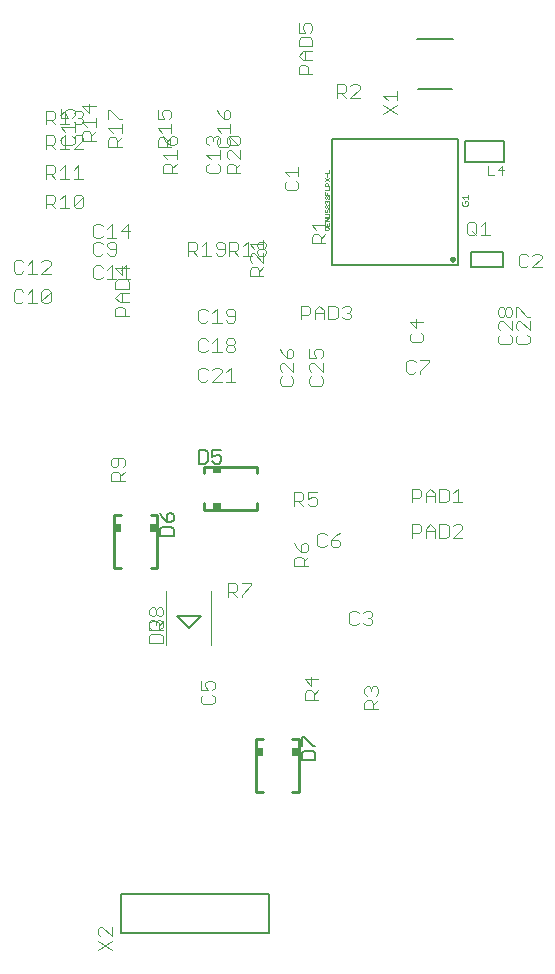
<source format=gto>
G75*
%MOIN*%
%OFA0B0*%
%FSLAX25Y25*%
%IPPOS*%
%LPD*%
%AMOC8*
5,1,8,0,0,1.08239X$1,22.5*
%
%ADD10C,0.00400*%
%ADD11C,0.00500*%
%ADD12C,0.01000*%
%ADD13C,0.00200*%
%ADD14C,0.00100*%
%ADD15C,0.00800*%
%ADD16R,0.02953X0.01969*%
%ADD17R,0.01969X0.02953*%
D10*
X0051405Y0067472D02*
X0056009Y0070541D01*
X0056009Y0072076D02*
X0052939Y0075145D01*
X0052172Y0075145D01*
X0051405Y0074378D01*
X0051405Y0072843D01*
X0052172Y0072076D01*
X0051405Y0070541D02*
X0056009Y0067472D01*
X0056009Y0072076D02*
X0056009Y0075145D01*
X0086463Y0149524D02*
X0089533Y0149524D01*
X0090300Y0150291D01*
X0090300Y0151826D01*
X0089533Y0152593D01*
X0089533Y0154128D02*
X0090300Y0154895D01*
X0090300Y0156430D01*
X0089533Y0157197D01*
X0087998Y0157197D01*
X0087231Y0156430D01*
X0087231Y0155662D01*
X0087998Y0154128D01*
X0085696Y0154128D01*
X0085696Y0157197D01*
X0086463Y0152593D02*
X0085696Y0151826D01*
X0085696Y0150291D01*
X0086463Y0149524D01*
X0089240Y0169297D02*
X0089240Y0187097D01*
X0094720Y0186802D02*
X0097022Y0186802D01*
X0097790Y0187569D01*
X0097790Y0189104D01*
X0097022Y0189871D01*
X0094720Y0189871D01*
X0094720Y0185267D01*
X0096255Y0186802D02*
X0097790Y0185267D01*
X0099324Y0185267D02*
X0099324Y0186034D01*
X0102394Y0189104D01*
X0102394Y0189871D01*
X0099324Y0189871D01*
X0116877Y0195547D02*
X0116877Y0197849D01*
X0117645Y0198617D01*
X0119179Y0198617D01*
X0119946Y0197849D01*
X0119946Y0195547D01*
X0119946Y0197082D02*
X0121481Y0198617D01*
X0120714Y0200151D02*
X0121481Y0200918D01*
X0121481Y0202453D01*
X0120714Y0203220D01*
X0119946Y0203220D01*
X0119179Y0202453D01*
X0119179Y0200151D01*
X0120714Y0200151D01*
X0119179Y0200151D02*
X0117645Y0201686D01*
X0116877Y0203220D01*
X0116877Y0195547D02*
X0121481Y0195547D01*
X0125306Y0201901D02*
X0126841Y0201901D01*
X0127608Y0202668D01*
X0129143Y0202668D02*
X0129910Y0201901D01*
X0131444Y0201901D01*
X0132212Y0202668D01*
X0132212Y0203435D01*
X0131444Y0204203D01*
X0129143Y0204203D01*
X0129143Y0202668D01*
X0129143Y0204203D02*
X0130677Y0205737D01*
X0132212Y0206505D01*
X0127608Y0205737D02*
X0126841Y0206505D01*
X0125306Y0206505D01*
X0124539Y0205737D01*
X0124539Y0202668D01*
X0125306Y0201901D01*
X0123630Y0215582D02*
X0122095Y0215582D01*
X0121328Y0216349D01*
X0121328Y0217884D02*
X0122862Y0218651D01*
X0123630Y0218651D01*
X0124397Y0217884D01*
X0124397Y0216349D01*
X0123630Y0215582D01*
X0121328Y0217884D02*
X0121328Y0220186D01*
X0124397Y0220186D01*
X0119793Y0219418D02*
X0119793Y0217884D01*
X0119026Y0217117D01*
X0116724Y0217117D01*
X0118258Y0217117D02*
X0119793Y0215582D01*
X0116724Y0215582D02*
X0116724Y0220186D01*
X0119026Y0220186D01*
X0119793Y0219418D01*
X0156044Y0218239D02*
X0158346Y0218239D01*
X0159113Y0219006D01*
X0159113Y0220541D01*
X0158346Y0221308D01*
X0156044Y0221308D01*
X0156044Y0216704D01*
X0160648Y0216704D02*
X0160648Y0219773D01*
X0162183Y0221308D01*
X0163717Y0219773D01*
X0163717Y0216704D01*
X0165252Y0216704D02*
X0167554Y0216704D01*
X0168321Y0217471D01*
X0168321Y0220541D01*
X0167554Y0221308D01*
X0165252Y0221308D01*
X0165252Y0216704D01*
X0163717Y0219006D02*
X0160648Y0219006D01*
X0169856Y0219773D02*
X0171391Y0221308D01*
X0171391Y0216704D01*
X0172925Y0216704D02*
X0169856Y0216704D01*
X0170623Y0209497D02*
X0169856Y0208730D01*
X0170623Y0209497D02*
X0172158Y0209497D01*
X0172925Y0208730D01*
X0172925Y0207962D01*
X0169856Y0204893D01*
X0172925Y0204893D01*
X0168321Y0205660D02*
X0168321Y0208730D01*
X0167554Y0209497D01*
X0165252Y0209497D01*
X0165252Y0204893D01*
X0167554Y0204893D01*
X0168321Y0205660D01*
X0163717Y0204893D02*
X0163717Y0207962D01*
X0162183Y0209497D01*
X0160648Y0207962D01*
X0160648Y0204893D01*
X0160648Y0207195D02*
X0163717Y0207195D01*
X0159113Y0207195D02*
X0158346Y0206428D01*
X0156044Y0206428D01*
X0156044Y0204893D02*
X0156044Y0209497D01*
X0158346Y0209497D01*
X0159113Y0208730D01*
X0159113Y0207195D01*
X0142158Y0180520D02*
X0142925Y0179753D01*
X0142925Y0178986D01*
X0142158Y0178218D01*
X0142925Y0177451D01*
X0142925Y0176684D01*
X0142158Y0175917D01*
X0140623Y0175917D01*
X0139856Y0176684D01*
X0138321Y0176684D02*
X0137554Y0175917D01*
X0136019Y0175917D01*
X0135252Y0176684D01*
X0135252Y0179753D01*
X0136019Y0180520D01*
X0137554Y0180520D01*
X0138321Y0179753D01*
X0139856Y0179753D02*
X0140623Y0180520D01*
X0142158Y0180520D01*
X0142158Y0178218D02*
X0141391Y0178218D01*
X0141719Y0155386D02*
X0142486Y0154618D01*
X0143254Y0155386D01*
X0144021Y0155386D01*
X0144788Y0154618D01*
X0144788Y0153084D01*
X0144021Y0152317D01*
X0144788Y0150782D02*
X0143254Y0149247D01*
X0143254Y0150015D02*
X0143254Y0147713D01*
X0144788Y0147713D02*
X0140184Y0147713D01*
X0140184Y0150015D01*
X0140952Y0150782D01*
X0142486Y0150782D01*
X0143254Y0150015D01*
X0140952Y0152317D02*
X0140184Y0153084D01*
X0140184Y0154618D01*
X0140952Y0155386D01*
X0141719Y0155386D01*
X0142486Y0154618D02*
X0142486Y0153851D01*
X0124906Y0154045D02*
X0123372Y0152510D01*
X0123372Y0153278D02*
X0123372Y0150976D01*
X0124906Y0150976D02*
X0120302Y0150976D01*
X0120302Y0153278D01*
X0121070Y0154045D01*
X0122604Y0154045D01*
X0123372Y0153278D01*
X0122604Y0155580D02*
X0120302Y0157881D01*
X0124906Y0157881D01*
X0122604Y0158649D02*
X0122604Y0155580D01*
X0074240Y0169297D02*
X0074240Y0187097D01*
X0072407Y0181803D02*
X0073174Y0181036D01*
X0073174Y0179501D01*
X0072407Y0178734D01*
X0071639Y0178734D01*
X0070872Y0179501D01*
X0070872Y0181036D01*
X0071639Y0181803D01*
X0072407Y0181803D01*
X0070872Y0181036D02*
X0070105Y0181803D01*
X0069337Y0181803D01*
X0068570Y0181036D01*
X0068570Y0179501D01*
X0069337Y0178734D01*
X0070105Y0178734D01*
X0070872Y0179501D01*
X0071506Y0177570D02*
X0072273Y0177570D01*
X0073040Y0176803D01*
X0073040Y0175268D01*
X0072273Y0174501D01*
X0071639Y0174130D02*
X0071639Y0176432D01*
X0070872Y0177199D01*
X0069337Y0177199D01*
X0068570Y0176432D01*
X0068570Y0174130D01*
X0073174Y0174130D01*
X0072273Y0172966D02*
X0069204Y0172966D01*
X0068436Y0172199D01*
X0068436Y0169897D01*
X0073040Y0169897D01*
X0073040Y0172199D01*
X0072273Y0172966D01*
X0071639Y0175665D02*
X0073174Y0177199D01*
X0071506Y0177570D02*
X0070738Y0176803D01*
X0070738Y0176035D01*
X0070738Y0176803D02*
X0069971Y0177570D01*
X0069204Y0177570D01*
X0068436Y0176803D01*
X0068436Y0175268D01*
X0069204Y0174501D01*
X0060379Y0223889D02*
X0055775Y0223889D01*
X0055775Y0226191D01*
X0056542Y0226958D01*
X0058077Y0226958D01*
X0058844Y0226191D01*
X0058844Y0223889D01*
X0058844Y0225424D02*
X0060379Y0226958D01*
X0059611Y0228493D02*
X0060379Y0229260D01*
X0060379Y0230795D01*
X0059611Y0231562D01*
X0056542Y0231562D01*
X0055775Y0230795D01*
X0055775Y0229260D01*
X0056542Y0228493D01*
X0057309Y0228493D01*
X0058077Y0229260D01*
X0058077Y0231562D01*
X0084939Y0257747D02*
X0085707Y0256980D01*
X0087241Y0256980D01*
X0088009Y0257747D01*
X0089543Y0256980D02*
X0092613Y0260049D01*
X0092613Y0260816D01*
X0091845Y0261583D01*
X0090311Y0261583D01*
X0089543Y0260816D01*
X0088009Y0260816D02*
X0087241Y0261583D01*
X0085707Y0261583D01*
X0084939Y0260816D01*
X0084939Y0257747D01*
X0089543Y0256980D02*
X0092613Y0256980D01*
X0094147Y0256980D02*
X0097217Y0256980D01*
X0095682Y0256980D02*
X0095682Y0261583D01*
X0094147Y0260049D01*
X0094915Y0266822D02*
X0094147Y0267589D01*
X0094147Y0268357D01*
X0094915Y0269124D01*
X0096449Y0269124D01*
X0097217Y0268357D01*
X0097217Y0267589D01*
X0096449Y0266822D01*
X0094915Y0266822D01*
X0094915Y0269124D02*
X0094147Y0269891D01*
X0094147Y0270659D01*
X0094915Y0271426D01*
X0096449Y0271426D01*
X0097217Y0270659D01*
X0097217Y0269891D01*
X0096449Y0269124D01*
X0092613Y0266822D02*
X0089543Y0266822D01*
X0091078Y0266822D02*
X0091078Y0271426D01*
X0089543Y0269891D01*
X0088009Y0270659D02*
X0087241Y0271426D01*
X0085707Y0271426D01*
X0084939Y0270659D01*
X0084939Y0267589D01*
X0085707Y0266822D01*
X0087241Y0266822D01*
X0088009Y0267589D01*
X0087241Y0276665D02*
X0088009Y0277432D01*
X0087241Y0276665D02*
X0085707Y0276665D01*
X0084939Y0277432D01*
X0084939Y0280501D01*
X0085707Y0281268D01*
X0087241Y0281268D01*
X0088009Y0280501D01*
X0089543Y0279734D02*
X0091078Y0281268D01*
X0091078Y0276665D01*
X0089543Y0276665D02*
X0092613Y0276665D01*
X0094147Y0277432D02*
X0094915Y0276665D01*
X0096449Y0276665D01*
X0097217Y0277432D01*
X0097217Y0280501D01*
X0096449Y0281268D01*
X0094915Y0281268D01*
X0094147Y0280501D01*
X0094147Y0279734D01*
X0094915Y0278967D01*
X0097217Y0278967D01*
X0101995Y0292039D02*
X0101995Y0294341D01*
X0102763Y0295108D01*
X0104297Y0295108D01*
X0105065Y0294341D01*
X0105065Y0292039D01*
X0105065Y0293573D02*
X0106599Y0295108D01*
X0106599Y0296643D02*
X0103530Y0299712D01*
X0102763Y0299712D01*
X0101995Y0298944D01*
X0101995Y0297410D01*
X0102763Y0296643D01*
X0102861Y0299007D02*
X0099792Y0299007D01*
X0098257Y0299007D02*
X0096723Y0300542D01*
X0097490Y0300542D02*
X0095188Y0300542D01*
X0095188Y0299007D02*
X0095188Y0303611D01*
X0097490Y0303611D01*
X0098257Y0302844D01*
X0098257Y0301309D01*
X0097490Y0300542D01*
X0099792Y0302076D02*
X0101327Y0303611D01*
X0101327Y0299007D01*
X0103530Y0301246D02*
X0101995Y0302781D01*
X0106599Y0302781D01*
X0106698Y0303611D02*
X0107465Y0302844D01*
X0107465Y0302076D01*
X0106698Y0301309D01*
X0105163Y0301309D01*
X0104396Y0302076D01*
X0104396Y0302844D01*
X0105163Y0303611D01*
X0106698Y0303611D01*
X0106599Y0304316D02*
X0106599Y0301246D01*
X0106698Y0301309D02*
X0107465Y0300542D01*
X0107465Y0299774D01*
X0106698Y0299007D01*
X0105163Y0299007D01*
X0104396Y0299774D01*
X0104396Y0300542D01*
X0105163Y0301309D01*
X0106599Y0299712D02*
X0106599Y0296643D01*
X0106599Y0292039D02*
X0101995Y0292039D01*
X0093686Y0299774D02*
X0093686Y0302844D01*
X0092918Y0303611D01*
X0091384Y0303611D01*
X0090617Y0302844D01*
X0090617Y0302076D01*
X0091384Y0301309D01*
X0093686Y0301309D01*
X0093686Y0299774D02*
X0092918Y0299007D01*
X0091384Y0299007D01*
X0090617Y0299774D01*
X0089082Y0299007D02*
X0086013Y0299007D01*
X0087547Y0299007D02*
X0087547Y0303611D01*
X0086013Y0302076D01*
X0084478Y0301309D02*
X0084478Y0302844D01*
X0083711Y0303611D01*
X0081409Y0303611D01*
X0081409Y0299007D01*
X0081409Y0300542D02*
X0083711Y0300542D01*
X0084478Y0301309D01*
X0082943Y0300542D02*
X0084478Y0299007D01*
X0061855Y0294904D02*
X0057251Y0294904D01*
X0059553Y0292602D01*
X0059553Y0295672D01*
X0060655Y0295737D02*
X0060655Y0291133D01*
X0061088Y0291068D02*
X0058019Y0291068D01*
X0057251Y0290300D01*
X0057251Y0287998D01*
X0061855Y0287998D01*
X0061855Y0290300D01*
X0061088Y0291068D01*
X0062190Y0291133D02*
X0059120Y0291133D01*
X0057586Y0291133D02*
X0054517Y0291133D01*
X0056051Y0291133D02*
X0056051Y0295737D01*
X0054517Y0294202D01*
X0052982Y0294970D02*
X0052215Y0295737D01*
X0050680Y0295737D01*
X0049913Y0294970D01*
X0049913Y0291900D01*
X0050680Y0291133D01*
X0052215Y0291133D01*
X0052982Y0291900D01*
X0059120Y0294202D02*
X0060655Y0295737D01*
X0056818Y0299007D02*
X0057586Y0299774D01*
X0057586Y0302844D01*
X0056818Y0303611D01*
X0055284Y0303611D01*
X0054517Y0302844D01*
X0054517Y0302076D01*
X0055284Y0301309D01*
X0057586Y0301309D01*
X0056818Y0299007D02*
X0055284Y0299007D01*
X0054517Y0299774D01*
X0052982Y0299774D02*
X0052215Y0299007D01*
X0050680Y0299007D01*
X0049913Y0299774D01*
X0049913Y0302844D01*
X0050680Y0303611D01*
X0052215Y0303611D01*
X0052982Y0302844D01*
X0052215Y0304913D02*
X0052982Y0305680D01*
X0052215Y0304913D02*
X0050680Y0304913D01*
X0049913Y0305680D01*
X0049913Y0308749D01*
X0050680Y0309517D01*
X0052215Y0309517D01*
X0052982Y0308749D01*
X0054517Y0307982D02*
X0056051Y0309517D01*
X0056051Y0304913D01*
X0054517Y0304913D02*
X0057586Y0304913D01*
X0059120Y0307215D02*
X0062190Y0307215D01*
X0061422Y0309517D02*
X0059120Y0307215D01*
X0061422Y0304913D02*
X0061422Y0309517D01*
X0046442Y0315522D02*
X0045674Y0314755D01*
X0044140Y0314755D01*
X0043372Y0315522D01*
X0046442Y0318592D01*
X0046442Y0315522D01*
X0043372Y0315522D02*
X0043372Y0318592D01*
X0044140Y0319359D01*
X0045674Y0319359D01*
X0046442Y0318592D01*
X0041838Y0314755D02*
X0038768Y0314755D01*
X0037234Y0314755D02*
X0035699Y0316290D01*
X0036467Y0316290D02*
X0034165Y0316290D01*
X0034165Y0314755D02*
X0034165Y0319359D01*
X0036467Y0319359D01*
X0037234Y0318592D01*
X0037234Y0317057D01*
X0036467Y0316290D01*
X0038768Y0317824D02*
X0040303Y0319359D01*
X0040303Y0314755D01*
X0040303Y0324598D02*
X0040303Y0329202D01*
X0038768Y0327667D01*
X0037234Y0328434D02*
X0037234Y0326900D01*
X0036467Y0326132D01*
X0034165Y0326132D01*
X0035699Y0326132D02*
X0037234Y0324598D01*
X0038768Y0324598D02*
X0041838Y0324598D01*
X0043372Y0324598D02*
X0046442Y0324598D01*
X0044907Y0324598D02*
X0044907Y0329202D01*
X0043372Y0327667D01*
X0037234Y0328434D02*
X0036467Y0329202D01*
X0034165Y0329202D01*
X0034165Y0324598D01*
X0034165Y0334440D02*
X0034165Y0339044D01*
X0036467Y0339044D01*
X0037234Y0338277D01*
X0037234Y0336742D01*
X0036467Y0335975D01*
X0034165Y0335975D01*
X0035699Y0335975D02*
X0037234Y0334440D01*
X0038768Y0334440D02*
X0041838Y0334440D01*
X0043372Y0334440D02*
X0046442Y0337509D01*
X0046442Y0338277D01*
X0045674Y0339044D01*
X0044140Y0339044D01*
X0043372Y0338277D01*
X0043607Y0338041D02*
X0042840Y0338809D01*
X0043607Y0338041D02*
X0043607Y0336507D01*
X0042840Y0335739D01*
X0039770Y0335739D01*
X0039003Y0336507D01*
X0039003Y0338041D01*
X0039770Y0338809D01*
X0040303Y0339044D02*
X0040303Y0334440D01*
X0043372Y0334440D02*
X0046442Y0334440D01*
X0046090Y0337314D02*
X0046090Y0339616D01*
X0046857Y0340383D01*
X0048392Y0340383D01*
X0049159Y0339616D01*
X0049159Y0337314D01*
X0050694Y0337314D02*
X0046090Y0337314D01*
X0049159Y0338849D02*
X0050694Y0340383D01*
X0050694Y0341918D02*
X0050694Y0344987D01*
X0050694Y0343453D02*
X0046090Y0343453D01*
X0047624Y0341918D01*
X0046442Y0343475D02*
X0045674Y0342708D01*
X0044140Y0342708D01*
X0043372Y0343475D01*
X0043607Y0343413D02*
X0043607Y0340343D01*
X0043607Y0341878D02*
X0039003Y0341878D01*
X0040538Y0340343D01*
X0040303Y0339044D02*
X0038768Y0337509D01*
X0038768Y0342708D02*
X0041838Y0342708D01*
X0040303Y0342708D02*
X0040303Y0347312D01*
X0038768Y0345777D01*
X0039003Y0344947D02*
X0041305Y0344947D01*
X0040538Y0346482D01*
X0040538Y0347249D01*
X0041305Y0348016D01*
X0042840Y0348016D01*
X0043607Y0347249D01*
X0043607Y0345715D01*
X0042840Y0344947D01*
X0043372Y0346544D02*
X0044140Y0347312D01*
X0045674Y0347312D01*
X0046442Y0346544D01*
X0046442Y0345777D01*
X0045674Y0345010D01*
X0046442Y0344243D01*
X0046442Y0343475D01*
X0045674Y0345010D02*
X0044907Y0345010D01*
X0048392Y0346522D02*
X0048392Y0349591D01*
X0050694Y0348824D02*
X0046090Y0348824D01*
X0048392Y0346522D01*
X0054751Y0347623D02*
X0054751Y0344554D01*
X0054751Y0347623D02*
X0055519Y0347623D01*
X0058588Y0344554D01*
X0059355Y0344554D01*
X0059355Y0343019D02*
X0059355Y0339950D01*
X0059355Y0341484D02*
X0054751Y0341484D01*
X0056286Y0339950D01*
X0057053Y0338415D02*
X0057820Y0337648D01*
X0057820Y0335346D01*
X0057820Y0336880D02*
X0059355Y0338415D01*
X0057053Y0338415D02*
X0055519Y0338415D01*
X0054751Y0337648D01*
X0054751Y0335346D01*
X0059355Y0335346D01*
X0071287Y0335346D02*
X0071287Y0337648D01*
X0072054Y0338415D01*
X0073589Y0338415D01*
X0074356Y0337648D01*
X0074356Y0335346D01*
X0075321Y0335742D02*
X0075321Y0338044D01*
X0076088Y0338811D01*
X0076856Y0338811D01*
X0077623Y0338044D01*
X0077623Y0336509D01*
X0076856Y0335742D01*
X0075321Y0335742D01*
X0073786Y0337276D01*
X0073019Y0338811D01*
X0072821Y0339950D02*
X0071287Y0341484D01*
X0075891Y0341484D01*
X0075891Y0339950D02*
X0075891Y0343019D01*
X0075123Y0344554D02*
X0075891Y0345321D01*
X0075891Y0346855D01*
X0075123Y0347623D01*
X0073589Y0347623D01*
X0072821Y0346855D01*
X0072821Y0346088D01*
X0073589Y0344554D01*
X0071287Y0344554D01*
X0071287Y0347623D01*
X0075891Y0338415D02*
X0074356Y0336880D01*
X0075891Y0335346D02*
X0071287Y0335346D01*
X0073019Y0332672D02*
X0077623Y0332672D01*
X0077623Y0331138D02*
X0077623Y0334207D01*
X0074554Y0331138D02*
X0073019Y0332672D01*
X0073786Y0329603D02*
X0073019Y0328836D01*
X0073019Y0326534D01*
X0077623Y0326534D01*
X0076088Y0326534D02*
X0076088Y0328836D01*
X0075321Y0329603D01*
X0073786Y0329603D01*
X0076088Y0328069D02*
X0077623Y0329603D01*
X0087586Y0328836D02*
X0087586Y0327301D01*
X0088353Y0326534D01*
X0091422Y0326534D01*
X0092190Y0327301D01*
X0092190Y0328836D01*
X0091422Y0329603D01*
X0092190Y0331138D02*
X0092190Y0334207D01*
X0091739Y0335346D02*
X0094808Y0335346D01*
X0095576Y0336113D01*
X0095576Y0337648D01*
X0094808Y0338415D01*
X0095046Y0338811D02*
X0098115Y0335742D01*
X0098883Y0336509D01*
X0098883Y0338044D01*
X0098115Y0338811D01*
X0095046Y0338811D01*
X0094279Y0338044D01*
X0094279Y0336509D01*
X0095046Y0335742D01*
X0098115Y0335742D01*
X0098883Y0334207D02*
X0098883Y0331138D01*
X0095813Y0334207D01*
X0095046Y0334207D01*
X0094279Y0333440D01*
X0094279Y0331905D01*
X0095046Y0331138D01*
X0095046Y0329603D02*
X0096581Y0329603D01*
X0097348Y0328836D01*
X0097348Y0326534D01*
X0097348Y0328069D02*
X0098883Y0329603D01*
X0098883Y0326534D02*
X0094279Y0326534D01*
X0094279Y0328836D01*
X0095046Y0329603D01*
X0092190Y0332672D02*
X0087586Y0332672D01*
X0089120Y0331138D01*
X0088353Y0329603D02*
X0087586Y0328836D01*
X0088353Y0335742D02*
X0087586Y0336509D01*
X0087586Y0338044D01*
X0088353Y0338811D01*
X0089120Y0338811D01*
X0089888Y0338044D01*
X0090655Y0338811D01*
X0091422Y0338811D01*
X0092190Y0338044D01*
X0092190Y0336509D01*
X0091422Y0335742D01*
X0091739Y0335346D02*
X0090972Y0336113D01*
X0090972Y0337648D01*
X0091739Y0338415D01*
X0092506Y0339950D02*
X0090972Y0341484D01*
X0095576Y0341484D01*
X0095576Y0339950D02*
X0095576Y0343019D01*
X0094808Y0344554D02*
X0095576Y0345321D01*
X0095576Y0346855D01*
X0094808Y0347623D01*
X0094041Y0347623D01*
X0093274Y0346855D01*
X0093274Y0344554D01*
X0094808Y0344554D01*
X0093274Y0344554D02*
X0091739Y0346088D01*
X0090972Y0347623D01*
X0089888Y0338044D02*
X0089888Y0337276D01*
X0113609Y0326996D02*
X0118213Y0326996D01*
X0118213Y0325461D02*
X0118213Y0328531D01*
X0115144Y0325461D02*
X0113609Y0326996D01*
X0114377Y0323927D02*
X0113609Y0323159D01*
X0113609Y0321625D01*
X0114377Y0320857D01*
X0117446Y0320857D01*
X0118213Y0321625D01*
X0118213Y0323159D01*
X0117446Y0323927D01*
X0127229Y0310740D02*
X0127229Y0307671D01*
X0127229Y0309205D02*
X0122625Y0309205D01*
X0124160Y0307671D01*
X0124927Y0306136D02*
X0125695Y0305369D01*
X0125695Y0303067D01*
X0127229Y0303067D02*
X0122625Y0303067D01*
X0122625Y0305369D01*
X0123393Y0306136D01*
X0124927Y0306136D01*
X0125695Y0304602D02*
X0127229Y0306136D01*
X0128244Y0282331D02*
X0130546Y0282331D01*
X0131313Y0281564D01*
X0131313Y0278495D01*
X0130546Y0277728D01*
X0128244Y0277728D01*
X0128244Y0282331D01*
X0126709Y0280797D02*
X0126709Y0277728D01*
X0126709Y0280030D02*
X0123640Y0280030D01*
X0123640Y0280797D02*
X0125175Y0282331D01*
X0126709Y0280797D01*
X0123640Y0280797D02*
X0123640Y0277728D01*
X0122106Y0280030D02*
X0121338Y0279262D01*
X0119036Y0279262D01*
X0119036Y0277728D02*
X0119036Y0282331D01*
X0121338Y0282331D01*
X0122106Y0281564D01*
X0122106Y0280030D01*
X0132848Y0281564D02*
X0133615Y0282331D01*
X0135150Y0282331D01*
X0135917Y0281564D01*
X0135917Y0280797D01*
X0135150Y0280030D01*
X0135917Y0279262D01*
X0135917Y0278495D01*
X0135150Y0277728D01*
X0133615Y0277728D01*
X0132848Y0278495D01*
X0134383Y0280030D02*
X0135150Y0280030D01*
X0125674Y0267945D02*
X0126442Y0267178D01*
X0126442Y0265643D01*
X0125674Y0264876D01*
X0124140Y0264876D02*
X0123372Y0266410D01*
X0123372Y0267178D01*
X0124140Y0267945D01*
X0125674Y0267945D01*
X0124140Y0264876D02*
X0121838Y0264876D01*
X0121838Y0267945D01*
X0122605Y0263341D02*
X0121838Y0262574D01*
X0121838Y0261039D01*
X0122605Y0260272D01*
X0122605Y0258737D02*
X0121838Y0257970D01*
X0121838Y0256435D01*
X0122605Y0255668D01*
X0125674Y0255668D01*
X0126442Y0256435D01*
X0126442Y0257970D01*
X0125674Y0258737D01*
X0126442Y0260272D02*
X0123372Y0263341D01*
X0122605Y0263341D01*
X0126442Y0263341D02*
X0126442Y0260272D01*
X0116599Y0260272D02*
X0113530Y0263341D01*
X0112763Y0263341D01*
X0111995Y0262574D01*
X0111995Y0261039D01*
X0112763Y0260272D01*
X0112763Y0258737D02*
X0111995Y0257970D01*
X0111995Y0256435D01*
X0112763Y0255668D01*
X0115832Y0255668D01*
X0116599Y0256435D01*
X0116599Y0257970D01*
X0115832Y0258737D01*
X0116599Y0260272D02*
X0116599Y0263341D01*
X0115832Y0264876D02*
X0116599Y0265643D01*
X0116599Y0267178D01*
X0115832Y0267945D01*
X0115065Y0267945D01*
X0114297Y0267178D01*
X0114297Y0264876D01*
X0115832Y0264876D01*
X0114297Y0264876D02*
X0112763Y0266410D01*
X0111995Y0267945D01*
X0154243Y0263474D02*
X0154243Y0260404D01*
X0155011Y0259637D01*
X0156545Y0259637D01*
X0157313Y0260404D01*
X0158847Y0260404D02*
X0158847Y0259637D01*
X0158847Y0260404D02*
X0161917Y0263474D01*
X0161917Y0264241D01*
X0158847Y0264241D01*
X0157313Y0263474D02*
X0156545Y0264241D01*
X0155011Y0264241D01*
X0154243Y0263474D01*
X0156070Y0270114D02*
X0159139Y0270114D01*
X0159906Y0270881D01*
X0159906Y0272416D01*
X0159139Y0273183D01*
X0157604Y0274718D02*
X0157604Y0277787D01*
X0155302Y0277020D02*
X0157604Y0274718D01*
X0156070Y0273183D02*
X0155302Y0272416D01*
X0155302Y0270881D01*
X0156070Y0270114D01*
X0155302Y0277020D02*
X0159906Y0277020D01*
X0184830Y0276353D02*
X0184830Y0274818D01*
X0185597Y0274051D01*
X0185597Y0272517D02*
X0184830Y0271749D01*
X0184830Y0270215D01*
X0185597Y0269447D01*
X0188667Y0269447D01*
X0189434Y0270215D01*
X0189434Y0271749D01*
X0188667Y0272517D01*
X0189434Y0274051D02*
X0186365Y0277120D01*
X0185597Y0277120D01*
X0184830Y0276353D01*
X0185597Y0278655D02*
X0186365Y0278655D01*
X0187132Y0279422D01*
X0187132Y0280957D01*
X0187899Y0281724D01*
X0188667Y0281724D01*
X0189434Y0280957D01*
X0189434Y0279422D01*
X0188667Y0278655D01*
X0187899Y0278655D01*
X0187132Y0279422D01*
X0187132Y0280957D02*
X0186365Y0281724D01*
X0185597Y0281724D01*
X0184830Y0280957D01*
X0184830Y0279422D01*
X0185597Y0278655D01*
X0189434Y0277120D02*
X0189434Y0274051D01*
X0190735Y0274818D02*
X0191503Y0274051D01*
X0190735Y0274818D02*
X0190735Y0276353D01*
X0191503Y0277120D01*
X0192270Y0277120D01*
X0195339Y0274051D01*
X0195339Y0277120D01*
X0195339Y0278655D02*
X0194572Y0278655D01*
X0191503Y0281724D01*
X0190735Y0281724D01*
X0190735Y0278655D01*
X0191503Y0272517D02*
X0190735Y0271749D01*
X0190735Y0270215D01*
X0191503Y0269447D01*
X0194572Y0269447D01*
X0195339Y0270215D01*
X0195339Y0271749D01*
X0194572Y0272517D01*
X0193947Y0295070D02*
X0194714Y0295837D01*
X0193947Y0295070D02*
X0192412Y0295070D01*
X0191645Y0295837D01*
X0191645Y0298907D01*
X0192412Y0299674D01*
X0193947Y0299674D01*
X0194714Y0298907D01*
X0196249Y0298907D02*
X0197016Y0299674D01*
X0198551Y0299674D01*
X0199318Y0298907D01*
X0199318Y0298139D01*
X0196249Y0295070D01*
X0199318Y0295070D01*
X0182094Y0305759D02*
X0179024Y0305759D01*
X0177490Y0305759D02*
X0175955Y0307294D01*
X0175188Y0305759D02*
X0174420Y0306526D01*
X0174420Y0309596D01*
X0175188Y0310363D01*
X0176722Y0310363D01*
X0177490Y0309596D01*
X0177490Y0306526D01*
X0176722Y0305759D01*
X0175188Y0305759D01*
X0179024Y0308828D02*
X0180559Y0310363D01*
X0180559Y0305759D01*
X0181420Y0325909D02*
X0183488Y0325909D01*
X0184643Y0327460D02*
X0186711Y0327460D01*
X0186194Y0329011D02*
X0184643Y0327460D01*
X0186194Y0325909D02*
X0186194Y0329011D01*
X0181420Y0329011D02*
X0181420Y0325909D01*
X0151127Y0346153D02*
X0146523Y0349222D01*
X0148057Y0350757D02*
X0146523Y0352291D01*
X0151127Y0352291D01*
X0151127Y0350757D02*
X0151127Y0353826D01*
X0151127Y0349222D02*
X0146523Y0346153D01*
X0138649Y0351566D02*
X0135580Y0351566D01*
X0138649Y0354635D01*
X0138649Y0355403D01*
X0137881Y0356170D01*
X0136347Y0356170D01*
X0135580Y0355403D01*
X0134045Y0355403D02*
X0134045Y0353868D01*
X0133278Y0353101D01*
X0130976Y0353101D01*
X0132510Y0353101D02*
X0134045Y0351566D01*
X0130976Y0351566D02*
X0130976Y0356170D01*
X0133278Y0356170D01*
X0134045Y0355403D01*
X0122879Y0359499D02*
X0118275Y0359499D01*
X0118275Y0361801D01*
X0119042Y0362568D01*
X0120577Y0362568D01*
X0121344Y0361801D01*
X0121344Y0359499D01*
X0120577Y0364103D02*
X0120577Y0367172D01*
X0119809Y0367172D02*
X0122879Y0367172D01*
X0122879Y0368707D02*
X0122879Y0371009D01*
X0122111Y0371776D01*
X0119042Y0371776D01*
X0118275Y0371009D01*
X0118275Y0368707D01*
X0122879Y0368707D01*
X0119809Y0367172D02*
X0118275Y0365638D01*
X0119809Y0364103D01*
X0122879Y0364103D01*
X0122111Y0373311D02*
X0122879Y0374078D01*
X0122879Y0375613D01*
X0122111Y0376380D01*
X0120577Y0376380D01*
X0119809Y0375613D01*
X0119809Y0374846D01*
X0120577Y0373311D01*
X0118275Y0373311D01*
X0118275Y0376380D01*
X0039003Y0348016D02*
X0039003Y0344947D01*
X0037234Y0345010D02*
X0036467Y0344243D01*
X0034165Y0344243D01*
X0035699Y0344243D02*
X0037234Y0342708D01*
X0037234Y0345010D02*
X0037234Y0346544D01*
X0036467Y0347312D01*
X0034165Y0347312D01*
X0034165Y0342708D01*
X0034894Y0297548D02*
X0033359Y0297548D01*
X0032592Y0296781D01*
X0034894Y0297548D02*
X0035661Y0296781D01*
X0035661Y0296013D01*
X0032592Y0292944D01*
X0035661Y0292944D01*
X0031057Y0292944D02*
X0027988Y0292944D01*
X0029523Y0292944D02*
X0029523Y0297548D01*
X0027988Y0296013D01*
X0026454Y0296781D02*
X0025686Y0297548D01*
X0024152Y0297548D01*
X0023384Y0296781D01*
X0023384Y0293711D01*
X0024152Y0292944D01*
X0025686Y0292944D01*
X0026454Y0293711D01*
X0025686Y0287705D02*
X0024152Y0287705D01*
X0023384Y0286938D01*
X0023384Y0283869D01*
X0024152Y0283102D01*
X0025686Y0283102D01*
X0026454Y0283869D01*
X0027988Y0283102D02*
X0031057Y0283102D01*
X0029523Y0283102D02*
X0029523Y0287705D01*
X0027988Y0286171D01*
X0026454Y0286938D02*
X0025686Y0287705D01*
X0032592Y0286938D02*
X0032592Y0283869D01*
X0035661Y0286938D01*
X0035661Y0283869D01*
X0034894Y0283102D01*
X0033359Y0283102D01*
X0032592Y0283869D01*
X0032592Y0286938D02*
X0033359Y0287705D01*
X0034894Y0287705D01*
X0035661Y0286938D01*
X0057251Y0284929D02*
X0058786Y0286464D01*
X0061855Y0286464D01*
X0059553Y0286464D02*
X0059553Y0283394D01*
X0058786Y0283394D02*
X0057251Y0284929D01*
X0058786Y0283394D02*
X0061855Y0283394D01*
X0060320Y0281093D02*
X0060320Y0278791D01*
X0061855Y0278791D02*
X0057251Y0278791D01*
X0057251Y0281093D01*
X0058019Y0281860D01*
X0059553Y0281860D01*
X0060320Y0281093D01*
D11*
X0084943Y0234132D02*
X0087195Y0234132D01*
X0087945Y0233381D01*
X0087945Y0230379D01*
X0087195Y0229628D01*
X0084943Y0229628D01*
X0084943Y0234132D01*
X0089547Y0234132D02*
X0089547Y0231880D01*
X0091048Y0232631D01*
X0091799Y0232631D01*
X0092549Y0231880D01*
X0092549Y0230379D01*
X0091799Y0229628D01*
X0090297Y0229628D01*
X0089547Y0230379D01*
X0089547Y0234132D02*
X0092549Y0234132D01*
X0075897Y0213263D02*
X0075146Y0213263D01*
X0074396Y0212512D01*
X0074396Y0210260D01*
X0075897Y0210260D01*
X0076648Y0211011D01*
X0076648Y0212512D01*
X0075897Y0213263D01*
X0072894Y0211762D02*
X0074396Y0210260D01*
X0072894Y0211762D02*
X0072144Y0213263D01*
X0072894Y0208659D02*
X0072144Y0207908D01*
X0072144Y0205656D01*
X0076648Y0205656D01*
X0076648Y0207908D01*
X0075897Y0208659D01*
X0072894Y0208659D01*
X0119388Y0138460D02*
X0120139Y0138460D01*
X0123141Y0135457D01*
X0123892Y0135457D01*
X0123141Y0133856D02*
X0120139Y0133856D01*
X0119388Y0133105D01*
X0119388Y0130853D01*
X0123892Y0130853D01*
X0123892Y0133105D01*
X0123141Y0133856D01*
X0119388Y0135457D02*
X0119388Y0138460D01*
X0129598Y0295780D02*
X0129598Y0337780D01*
X0171598Y0337780D01*
X0171598Y0295780D01*
X0129598Y0295780D01*
X0173665Y0330209D02*
X0186665Y0330209D01*
X0186665Y0337209D01*
X0173665Y0337209D01*
X0173665Y0330209D01*
D12*
X0169098Y0297780D02*
X0169100Y0297824D01*
X0169106Y0297868D01*
X0169116Y0297911D01*
X0169129Y0297953D01*
X0169146Y0297994D01*
X0169167Y0298033D01*
X0169191Y0298070D01*
X0169218Y0298105D01*
X0169248Y0298137D01*
X0169281Y0298167D01*
X0169317Y0298193D01*
X0169354Y0298217D01*
X0169394Y0298236D01*
X0169435Y0298253D01*
X0169478Y0298265D01*
X0169521Y0298274D01*
X0169565Y0298279D01*
X0169609Y0298280D01*
X0169653Y0298277D01*
X0169697Y0298270D01*
X0169740Y0298259D01*
X0169782Y0298245D01*
X0169822Y0298227D01*
X0169861Y0298205D01*
X0169897Y0298181D01*
X0169931Y0298153D01*
X0169963Y0298122D01*
X0169992Y0298088D01*
X0170018Y0298052D01*
X0170040Y0298014D01*
X0170059Y0297974D01*
X0170074Y0297932D01*
X0170086Y0297890D01*
X0170094Y0297846D01*
X0170098Y0297802D01*
X0170098Y0297758D01*
X0170094Y0297714D01*
X0170086Y0297670D01*
X0170074Y0297628D01*
X0170059Y0297586D01*
X0170040Y0297546D01*
X0170018Y0297508D01*
X0169992Y0297472D01*
X0169963Y0297438D01*
X0169931Y0297407D01*
X0169897Y0297379D01*
X0169861Y0297355D01*
X0169822Y0297333D01*
X0169782Y0297315D01*
X0169740Y0297301D01*
X0169697Y0297290D01*
X0169653Y0297283D01*
X0169609Y0297280D01*
X0169565Y0297281D01*
X0169521Y0297286D01*
X0169478Y0297295D01*
X0169435Y0297307D01*
X0169394Y0297324D01*
X0169354Y0297343D01*
X0169317Y0297367D01*
X0169281Y0297393D01*
X0169248Y0297423D01*
X0169218Y0297455D01*
X0169191Y0297490D01*
X0169167Y0297527D01*
X0169146Y0297566D01*
X0169129Y0297607D01*
X0169116Y0297649D01*
X0169106Y0297692D01*
X0169100Y0297736D01*
X0169098Y0297780D01*
X0104378Y0228689D02*
X0104378Y0226425D01*
X0104378Y0228689D02*
X0086661Y0228689D01*
X0086661Y0226425D01*
X0086661Y0216583D02*
X0086661Y0214319D01*
X0104378Y0214319D01*
X0071209Y0212646D02*
X0071209Y0194929D01*
X0068945Y0194929D01*
X0056839Y0194929D02*
X0056839Y0212646D01*
X0059102Y0212646D01*
X0068945Y0212646D02*
X0071209Y0212646D01*
X0104083Y0137843D02*
X0106346Y0137843D01*
X0104083Y0137843D02*
X0104083Y0120126D01*
X0116189Y0120126D02*
X0118453Y0120126D01*
X0118453Y0137843D01*
X0116189Y0137843D01*
X0059102Y0194930D02*
X0057970Y0194939D01*
X0056838Y0194930D01*
X0104378Y0214319D02*
X0104369Y0215451D01*
X0104378Y0216583D01*
X0104083Y0120126D02*
X0105215Y0120135D01*
X0106347Y0120126D01*
D13*
X0173064Y0315670D02*
X0174531Y0315670D01*
X0174898Y0316037D01*
X0174898Y0316771D01*
X0174531Y0317138D01*
X0173797Y0317138D01*
X0173797Y0316404D01*
X0173064Y0317138D02*
X0172697Y0316771D01*
X0172697Y0316037D01*
X0173064Y0315670D01*
X0173431Y0317880D02*
X0172697Y0318613D01*
X0174898Y0318613D01*
X0174898Y0317880D02*
X0174898Y0319347D01*
D14*
X0128548Y0319303D02*
X0127047Y0319303D01*
X0127047Y0320304D01*
X0127047Y0320776D02*
X0128548Y0320776D01*
X0128548Y0321777D01*
X0128548Y0322249D02*
X0127047Y0322249D01*
X0127047Y0323000D01*
X0127297Y0323250D01*
X0127798Y0323250D01*
X0128048Y0323000D01*
X0128048Y0322249D01*
X0128548Y0323722D02*
X0127047Y0324723D01*
X0127798Y0325196D02*
X0127798Y0326197D01*
X0128548Y0326669D02*
X0128548Y0327670D01*
X0128548Y0326669D02*
X0127047Y0326669D01*
X0128548Y0324723D02*
X0127047Y0323722D01*
X0127798Y0319803D02*
X0127798Y0319303D01*
X0128048Y0318830D02*
X0128298Y0318830D01*
X0128548Y0318580D01*
X0128548Y0318080D01*
X0128298Y0317829D01*
X0128048Y0317829D01*
X0127798Y0318080D01*
X0127798Y0318580D01*
X0128048Y0318830D01*
X0127798Y0318580D02*
X0127548Y0318830D01*
X0127297Y0318830D01*
X0127047Y0318580D01*
X0127047Y0318080D01*
X0127297Y0317829D01*
X0127548Y0317829D01*
X0127798Y0318080D01*
X0128048Y0317357D02*
X0128298Y0317357D01*
X0128548Y0317107D01*
X0128548Y0316606D01*
X0128298Y0316356D01*
X0128298Y0315884D02*
X0128548Y0315634D01*
X0128548Y0315133D01*
X0128298Y0314883D01*
X0128048Y0314883D01*
X0127798Y0315133D01*
X0127798Y0315634D01*
X0128048Y0315884D01*
X0128298Y0315884D01*
X0127798Y0315634D02*
X0127548Y0315884D01*
X0127297Y0315884D01*
X0127047Y0315634D01*
X0127047Y0315133D01*
X0127297Y0314883D01*
X0127548Y0314883D01*
X0127798Y0315133D01*
X0128048Y0314411D02*
X0128298Y0314411D01*
X0128548Y0314160D01*
X0128548Y0313660D01*
X0128298Y0313410D01*
X0128298Y0312937D02*
X0127047Y0312937D01*
X0127297Y0313410D02*
X0127548Y0313410D01*
X0127798Y0313660D01*
X0127798Y0314160D01*
X0128048Y0314411D01*
X0127297Y0314411D02*
X0127047Y0314160D01*
X0127047Y0313660D01*
X0127297Y0313410D01*
X0128298Y0312937D02*
X0128548Y0312687D01*
X0128548Y0312187D01*
X0128298Y0311936D01*
X0127047Y0311936D01*
X0127047Y0311464D02*
X0128548Y0311464D01*
X0127047Y0310463D01*
X0128548Y0310463D01*
X0128548Y0309991D02*
X0128548Y0308990D01*
X0127047Y0308990D01*
X0127047Y0309991D01*
X0127798Y0309490D02*
X0127798Y0308990D01*
X0128048Y0308518D02*
X0127047Y0308518D01*
X0128048Y0308518D02*
X0128548Y0308017D01*
X0128048Y0307517D01*
X0127047Y0307517D01*
X0127297Y0316356D02*
X0127047Y0316606D01*
X0127047Y0317107D01*
X0127297Y0317357D01*
X0127548Y0317357D01*
X0127798Y0317107D01*
X0128048Y0317357D01*
X0127798Y0317107D02*
X0127798Y0316857D01*
D15*
X0158118Y0354565D02*
X0169535Y0354565D01*
X0169791Y0371051D02*
X0157862Y0371051D01*
X0175787Y0300059D02*
X0186433Y0300059D01*
X0186433Y0295311D01*
X0175787Y0295311D01*
X0175787Y0300059D01*
X0085677Y0178957D02*
X0077803Y0178957D01*
X0081740Y0174929D01*
X0085677Y0178957D01*
X0108295Y0086189D02*
X0059102Y0086189D01*
X0059102Y0073354D01*
X0108295Y0073354D01*
X0108295Y0086189D01*
D16*
X0091091Y0215598D03*
X0091091Y0227409D03*
D17*
X0069929Y0208217D03*
X0058118Y0208217D03*
X0105362Y0133413D03*
X0117173Y0133413D03*
M02*

</source>
